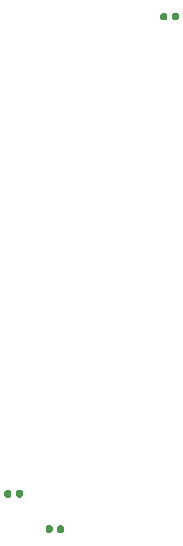
<source format=gbr>
G04 #@! TF.GenerationSoftware,KiCad,Pcbnew,(5.1.6)-1*
G04 #@! TF.CreationDate,2020-09-29T23:02:07-04:00*
G04 #@! TF.ProjectId,HP_power_supply_breakout,48505f70-6f77-4657-925f-737570706c79,rev?*
G04 #@! TF.SameCoordinates,Original*
G04 #@! TF.FileFunction,Paste,Top*
G04 #@! TF.FilePolarity,Positive*
%FSLAX46Y46*%
G04 Gerber Fmt 4.6, Leading zero omitted, Abs format (unit mm)*
G04 Created by KiCad (PCBNEW (5.1.6)-1) date 2020-09-29 23:02:07*
%MOMM*%
%LPD*%
G01*
G04 APERTURE LIST*
G04 APERTURE END LIST*
G36*
G01*
X-39795000Y-22922500D02*
X-39795000Y-22577500D01*
G75*
G02*
X-39647500Y-22430000I147500J0D01*
G01*
X-39352500Y-22430000D01*
G75*
G02*
X-39205000Y-22577500I0J-147500D01*
G01*
X-39205000Y-22922500D01*
G75*
G02*
X-39352500Y-23070000I-147500J0D01*
G01*
X-39647500Y-23070000D01*
G75*
G02*
X-39795000Y-22922500I0J147500D01*
G01*
G37*
G36*
G01*
X-40765000Y-22922500D02*
X-40765000Y-22577500D01*
G75*
G02*
X-40617500Y-22430000I147500J0D01*
G01*
X-40322500Y-22430000D01*
G75*
G02*
X-40175000Y-22577500I0J-147500D01*
G01*
X-40175000Y-22922500D01*
G75*
G02*
X-40322500Y-23070000I-147500J0D01*
G01*
X-40617500Y-23070000D01*
G75*
G02*
X-40765000Y-22922500I0J147500D01*
G01*
G37*
G36*
G01*
X-43675000Y-19577500D02*
X-43675000Y-19922500D01*
G75*
G02*
X-43822500Y-20070000I-147500J0D01*
G01*
X-44117500Y-20070000D01*
G75*
G02*
X-44265000Y-19922500I0J147500D01*
G01*
X-44265000Y-19577500D01*
G75*
G02*
X-44117500Y-19430000I147500J0D01*
G01*
X-43822500Y-19430000D01*
G75*
G02*
X-43675000Y-19577500I0J-147500D01*
G01*
G37*
G36*
G01*
X-42705000Y-19577500D02*
X-42705000Y-19922500D01*
G75*
G02*
X-42852500Y-20070000I-147500J0D01*
G01*
X-43147500Y-20070000D01*
G75*
G02*
X-43295000Y-19922500I0J147500D01*
G01*
X-43295000Y-19577500D01*
G75*
G02*
X-43147500Y-19430000I147500J0D01*
G01*
X-42852500Y-19430000D01*
G75*
G02*
X-42705000Y-19577500I0J-147500D01*
G01*
G37*
G36*
G01*
X-30460000Y20817500D02*
X-30460000Y20472500D01*
G75*
G02*
X-30607500Y20325000I-147500J0D01*
G01*
X-30902500Y20325000D01*
G75*
G02*
X-31050000Y20472500I0J147500D01*
G01*
X-31050000Y20817500D01*
G75*
G02*
X-30902500Y20965000I147500J0D01*
G01*
X-30607500Y20965000D01*
G75*
G02*
X-30460000Y20817500I0J-147500D01*
G01*
G37*
G36*
G01*
X-29490000Y20817500D02*
X-29490000Y20472500D01*
G75*
G02*
X-29637500Y20325000I-147500J0D01*
G01*
X-29932500Y20325000D01*
G75*
G02*
X-30080000Y20472500I0J147500D01*
G01*
X-30080000Y20817500D01*
G75*
G02*
X-29932500Y20965000I147500J0D01*
G01*
X-29637500Y20965000D01*
G75*
G02*
X-29490000Y20817500I0J-147500D01*
G01*
G37*
M02*

</source>
